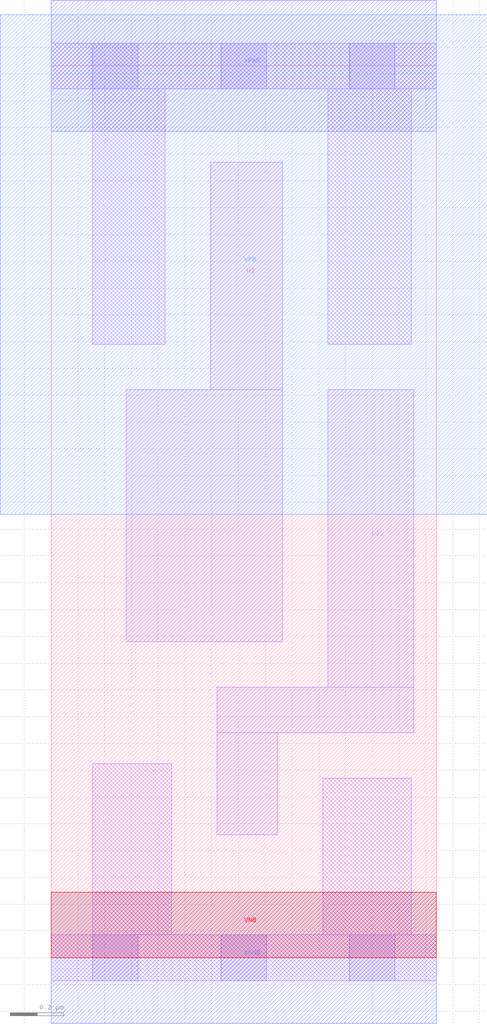
<source format=lef>
# Copyright 2020 The SkyWater PDK Authors
#
# Licensed under the Apache License, Version 2.0 (the "License");
# you may not use this file except in compliance with the License.
# You may obtain a copy of the License at
#
#     https://www.apache.org/licenses/LICENSE-2.0
#
# Unless required by applicable law or agreed to in writing, software
# distributed under the License is distributed on an "AS IS" BASIS,
# WITHOUT WARRANTIES OR CONDITIONS OF ANY KIND, either express or implied.
# See the License for the specific language governing permissions and
# limitations under the License.
#
# SPDX-License-Identifier: Apache-2.0

VERSION 5.7 ;
  NOWIREEXTENSIONATPIN ON ;
  DIVIDERCHAR "/" ;
  BUSBITCHARS "[]" ;
MACRO sky130_fd_sc_lp__conb_0
  CLASS CORE ;
  FOREIGN sky130_fd_sc_lp__conb_0 ;
  ORIGIN  0.000000  0.000000 ;
  SIZE  1.440000 BY  3.330000 ;
  SYMMETRY X Y R90 ;
  SITE unit ;
  PIN HI
    ANTENNADIFFAREA  0.179200 ;
    ANTENNAGATEAREA  0.159000 ;
    DIRECTION OUTPUT ;
    USE SIGNAL ;
    PORT
      LAYER li1 ;
        RECT 0.280000 1.180000 0.865000 2.120000 ;
        RECT 0.595000 2.120000 0.865000 2.970000 ;
    END
  END HI
  PIN LO
    ANTENNADIFFAREA  0.117600 ;
    ANTENNAGATEAREA  0.159000 ;
    DIRECTION OUTPUT ;
    USE SIGNAL ;
    PORT
      LAYER li1 ;
        RECT 0.620000 0.460000 0.845000 0.840000 ;
        RECT 0.620000 0.840000 1.355000 1.010000 ;
        RECT 1.035000 1.010000 1.355000 2.120000 ;
    END
  END LO
  PIN VGND
    DIRECTION INOUT ;
    USE GROUND ;
    PORT
      LAYER met1 ;
        RECT 0.000000 -0.245000 1.440000 0.245000 ;
    END
  END VGND
  PIN VNB
    DIRECTION INOUT ;
    USE GROUND ;
    PORT
      LAYER pwell ;
        RECT 0.000000 0.000000 1.440000 0.245000 ;
    END
  END VNB
  PIN VPB
    DIRECTION INOUT ;
    USE POWER ;
    PORT
      LAYER nwell ;
        RECT -0.190000 1.655000 1.630000 3.520000 ;
    END
  END VPB
  PIN VPWR
    DIRECTION INOUT ;
    USE POWER ;
    PORT
      LAYER met1 ;
        RECT 0.000000 3.085000 1.440000 3.575000 ;
    END
  END VPWR
  OBS
    LAYER li1 ;
      RECT 0.000000 -0.085000 1.440000 0.085000 ;
      RECT 0.000000  3.245000 1.440000 3.415000 ;
      RECT 0.155000  0.085000 0.450000 0.725000 ;
      RECT 0.155000  2.290000 0.425000 3.245000 ;
      RECT 1.015000  0.085000 1.345000 0.670000 ;
      RECT 1.035000  2.290000 1.345000 3.245000 ;
    LAYER mcon ;
      RECT 0.155000 -0.085000 0.325000 0.085000 ;
      RECT 0.155000  3.245000 0.325000 3.415000 ;
      RECT 0.635000 -0.085000 0.805000 0.085000 ;
      RECT 0.635000  3.245000 0.805000 3.415000 ;
      RECT 1.115000 -0.085000 1.285000 0.085000 ;
      RECT 1.115000  3.245000 1.285000 3.415000 ;
  END
END sky130_fd_sc_lp__conb_0
END LIBRARY

</source>
